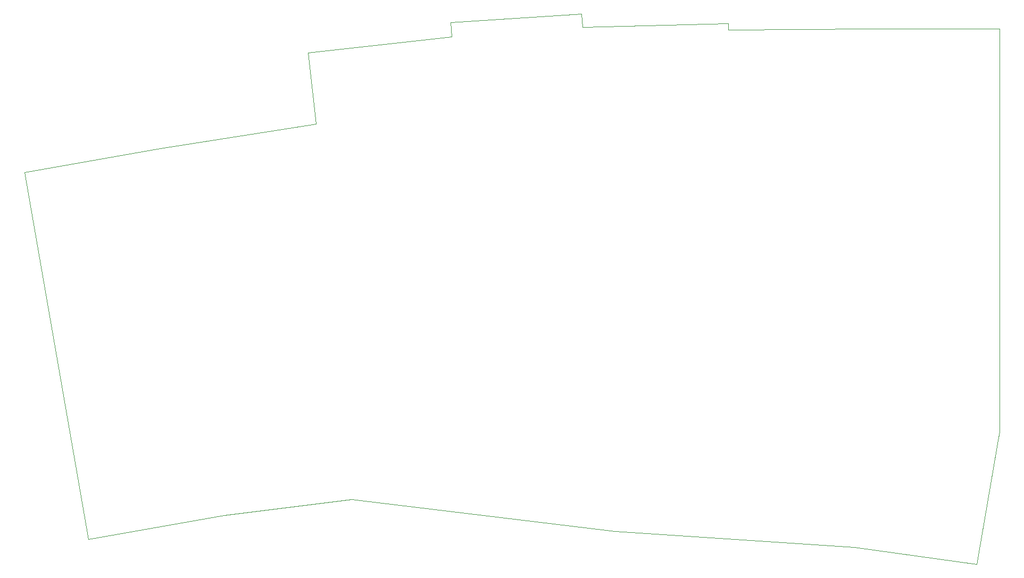
<source format=gm1>
%TF.GenerationSoftware,KiCad,Pcbnew,(6.0.0-0)*%
%TF.CreationDate,2022-01-29T19:54:48+07:00*%
%TF.ProjectId,kibod-01-mirrored,6b69626f-642d-4303-912d-6d6972726f72,rev?*%
%TF.SameCoordinates,Original*%
%TF.FileFunction,Profile,NP*%
%FSLAX46Y46*%
G04 Gerber Fmt 4.6, Leading zero omitted, Abs format (unit mm)*
G04 Created by KiCad (PCBNEW (6.0.0-0)) date 2022-01-29 19:54:48*
%MOMM*%
%LPD*%
G01*
G04 APERTURE LIST*
%TA.AperFunction,Profile*%
%ADD10C,0.050000*%
%TD*%
G04 APERTURE END LIST*
D10*
X167583511Y-18156339D02*
X147009511Y-18156339D01*
X167329511Y-83688339D02*
X163900511Y-103373339D01*
X147009511Y-18156339D02*
X124403511Y-18283339D01*
X22549511Y-99436339D02*
X44139511Y-95626339D01*
X33979511Y-37206339D02*
X12389511Y-41016339D01*
X125419511Y-99436339D02*
X144469511Y-100706339D01*
X167583511Y-82291339D02*
X167583511Y-18156339D01*
X80334511Y-19426339D02*
X57474511Y-21966339D01*
X101162511Y-17902339D02*
X101035511Y-15743339D01*
X12389511Y-41016339D02*
X22549511Y-99436339D01*
X44139511Y-95626339D02*
X64459511Y-93086339D01*
X57474511Y-21966339D02*
X58744511Y-33269339D01*
X80207511Y-17140339D02*
X80334511Y-19426339D01*
X106369511Y-98166339D02*
X64459511Y-93086339D01*
X101035511Y-15743339D02*
X80207511Y-17140339D01*
X124403511Y-17267339D02*
X124403511Y-18283339D01*
X58744511Y-33269339D02*
X33979511Y-37206339D01*
X124403511Y-17267339D02*
X101162511Y-17902339D01*
X144469511Y-100706339D02*
X163900511Y-103373339D01*
X106369511Y-98166339D02*
X125419511Y-99436339D01*
X167329511Y-83688339D02*
X167583511Y-82291339D01*
M02*

</source>
